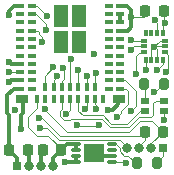
<source format=gtl>
G04 #@! TF.GenerationSoftware,KiCad,Pcbnew,6.0.2+dfsg-1*
G04 #@! TF.CreationDate,2024-05-15T15:08:28+02:00*
G04 #@! TF.ProjectId,PowerPolePCB,506f7765-7250-46f6-9c65-5043422e6b69,rev?*
G04 #@! TF.SameCoordinates,Original*
G04 #@! TF.FileFunction,Copper,L1,Top*
G04 #@! TF.FilePolarity,Positive*
%FSLAX46Y46*%
G04 Gerber Fmt 4.6, Leading zero omitted, Abs format (unit mm)*
G04 Created by KiCad (PCBNEW 6.0.2+dfsg-1) date 2024-05-15 15:08:28*
%MOMM*%
%LPD*%
G01*
G04 APERTURE LIST*
G04 Aperture macros list*
%AMRoundRect*
0 Rectangle with rounded corners*
0 $1 Rounding radius*
0 $2 $3 $4 $5 $6 $7 $8 $9 X,Y pos of 4 corners*
0 Add a 4 corners polygon primitive as box body*
4,1,4,$2,$3,$4,$5,$6,$7,$8,$9,$2,$3,0*
0 Add four circle primitives for the rounded corners*
1,1,$1+$1,$2,$3*
1,1,$1+$1,$4,$5*
1,1,$1+$1,$6,$7*
1,1,$1+$1,$8,$9*
0 Add four rect primitives between the rounded corners*
20,1,$1+$1,$2,$3,$4,$5,0*
20,1,$1+$1,$4,$5,$6,$7,0*
20,1,$1+$1,$6,$7,$8,$9,0*
20,1,$1+$1,$8,$9,$2,$3,0*%
%AMOutline5P*
0 Free polygon, 5 corners , with rotation*
0 The origin of the aperture is its center*
0 number of corners: always 5*
0 $1 to $10 corner X, Y*
0 $11 Rotation angle, in degrees counterclockwise*
0 create outline with 5 corners*
4,1,5,$1,$2,$3,$4,$5,$6,$7,$8,$9,$10,$1,$2,$11*%
%AMOutline6P*
0 Free polygon, 6 corners , with rotation*
0 The origin of the aperture is its center*
0 number of corners: always 6*
0 $1 to $12 corner X, Y*
0 $13 Rotation angle, in degrees counterclockwise*
0 create outline with 6 corners*
4,1,6,$1,$2,$3,$4,$5,$6,$7,$8,$9,$10,$11,$12,$1,$2,$13*%
%AMOutline7P*
0 Free polygon, 7 corners , with rotation*
0 The origin of the aperture is its center*
0 number of corners: always 7*
0 $1 to $14 corner X, Y*
0 $15 Rotation angle, in degrees counterclockwise*
0 create outline with 7 corners*
4,1,7,$1,$2,$3,$4,$5,$6,$7,$8,$9,$10,$11,$12,$13,$14,$1,$2,$15*%
%AMOutline8P*
0 Free polygon, 8 corners , with rotation*
0 The origin of the aperture is its center*
0 number of corners: always 8*
0 $1 to $16 corner X, Y*
0 $17 Rotation angle, in degrees counterclockwise*
0 create outline with 8 corners*
4,1,8,$1,$2,$3,$4,$5,$6,$7,$8,$9,$10,$11,$12,$13,$14,$15,$16,$1,$2,$17*%
G04 Aperture macros list end*
G04 #@! TA.AperFunction,SMDPad,CuDef*
%ADD10RoundRect,0.150000X0.275000X0.000000X0.275000X0.000000X-0.275000X0.000000X-0.275000X0.000000X0*%
G04 #@! TD*
G04 #@! TA.AperFunction,SMDPad,CuDef*
%ADD11R,1.750000X1.550000*%
G04 #@! TD*
G04 #@! TA.AperFunction,SMDPad,CuDef*
%ADD12Outline5P,-0.287500X0.150000X0.197500X0.150000X0.287500X0.060000X0.287500X-0.150000X-0.287500X-0.150000X90.000000*%
G04 #@! TD*
G04 #@! TA.AperFunction,SMDPad,CuDef*
%ADD13R,0.300000X0.575000*%
G04 #@! TD*
G04 #@! TA.AperFunction,SMDPad,CuDef*
%ADD14R,0.575000X0.300000*%
G04 #@! TD*
G04 #@! TA.AperFunction,SMDPad,CuDef*
%ADD15RoundRect,0.200000X-0.200000X-0.275000X0.200000X-0.275000X0.200000X0.275000X-0.200000X0.275000X0*%
G04 #@! TD*
G04 #@! TA.AperFunction,SMDPad,CuDef*
%ADD16RoundRect,0.225000X0.225000X0.250000X-0.225000X0.250000X-0.225000X-0.250000X0.225000X-0.250000X0*%
G04 #@! TD*
G04 #@! TA.AperFunction,SMDPad,CuDef*
%ADD17R,0.800000X0.550000*%
G04 #@! TD*
G04 #@! TA.AperFunction,ComponentPad*
%ADD18R,0.800000X0.800000*%
G04 #@! TD*
G04 #@! TA.AperFunction,ComponentPad*
%ADD19O,0.800000X0.800000*%
G04 #@! TD*
G04 #@! TA.AperFunction,ComponentPad*
%ADD20C,0.800000*%
G04 #@! TD*
G04 #@! TA.AperFunction,SMDPad,CuDef*
%ADD21RoundRect,0.200000X0.200000X0.275000X-0.200000X0.275000X-0.200000X-0.275000X0.200000X-0.275000X0*%
G04 #@! TD*
G04 #@! TA.AperFunction,SMDPad,CuDef*
%ADD22RoundRect,0.225000X-0.225000X-0.250000X0.225000X-0.250000X0.225000X0.250000X-0.225000X0.250000X0*%
G04 #@! TD*
G04 #@! TA.AperFunction,SMDPad,CuDef*
%ADD23R,0.700000X0.400000*%
G04 #@! TD*
G04 #@! TA.AperFunction,SMDPad,CuDef*
%ADD24R,0.400000X0.700000*%
G04 #@! TD*
G04 #@! TA.AperFunction,SMDPad,CuDef*
%ADD25R,1.000000X0.700000*%
G04 #@! TD*
G04 #@! TA.AperFunction,SMDPad,CuDef*
%ADD26R,1.250000X1.900000*%
G04 #@! TD*
G04 #@! TA.AperFunction,ComponentPad*
%ADD27C,0.600000*%
G04 #@! TD*
G04 #@! TA.AperFunction,ViaPad*
%ADD28C,0.600000*%
G04 #@! TD*
G04 #@! TA.AperFunction,Conductor*
%ADD29C,0.100000*%
G04 #@! TD*
G04 #@! TA.AperFunction,Conductor*
%ADD30C,0.300000*%
G04 #@! TD*
G04 APERTURE END LIST*
D10*
X117475000Y-109350000D03*
X117475000Y-109850000D03*
X117475000Y-110350000D03*
X117475000Y-110850000D03*
X120475000Y-110850000D03*
X120475000Y-110350000D03*
X120475000Y-109850000D03*
X120475000Y-109350000D03*
D11*
X118975000Y-110100000D03*
D12*
X123350000Y-102237500D03*
D13*
X123850000Y-102237500D03*
X124350000Y-102237500D03*
X124850000Y-102237500D03*
D14*
X125012500Y-101575000D03*
X125012500Y-101075000D03*
X125012500Y-100575000D03*
D13*
X124850000Y-99912500D03*
X124350000Y-99912500D03*
X123850000Y-99912500D03*
X123350000Y-99912500D03*
D14*
X123187500Y-100575000D03*
X123187500Y-101075000D03*
X123187500Y-101575000D03*
D15*
X123225000Y-104250000D03*
X124875000Y-104250000D03*
D16*
X124875000Y-98100000D03*
X123325000Y-98100000D03*
D17*
X124868837Y-105650000D03*
X124868837Y-106550000D03*
X123268837Y-106550000D03*
X123268837Y-105650000D03*
D18*
X124861300Y-109662700D03*
D19*
X123845300Y-109662700D03*
X122829300Y-109662700D03*
D20*
X121813300Y-109662700D03*
D21*
X124275000Y-110950000D03*
X122625000Y-110950000D03*
D16*
X124825000Y-108300000D03*
X123275000Y-108300000D03*
D18*
X112495000Y-111200000D03*
D20*
X113511000Y-111200000D03*
X114527000Y-111200000D03*
X115543000Y-111200000D03*
D22*
X111825000Y-109850000D03*
X113375000Y-109850000D03*
X114625000Y-109850000D03*
X116175000Y-109850000D03*
D23*
X112717000Y-97638000D03*
X112717000Y-98338000D03*
X112717000Y-99038000D03*
X112717000Y-99738000D03*
X112717000Y-100438000D03*
X112717000Y-101138000D03*
X112717000Y-101838000D03*
X112717000Y-102538000D03*
X112717000Y-103238000D03*
X112717000Y-103938000D03*
X112717000Y-104638000D03*
D24*
X114167000Y-105488000D03*
X114867000Y-105488000D03*
X115567000Y-105488000D03*
X116267000Y-105488000D03*
X116967000Y-105488000D03*
X117667000Y-105488000D03*
X118367000Y-105488000D03*
X119067000Y-105488000D03*
X119767000Y-105488000D03*
D23*
X121217000Y-104638000D03*
X121217000Y-103938000D03*
X121217000Y-103238000D03*
X121217000Y-102538000D03*
X121217000Y-101838000D03*
X121217000Y-101138000D03*
X121217000Y-100438000D03*
X121217000Y-99738000D03*
X121217000Y-99038000D03*
X121217000Y-98338000D03*
X121217000Y-97638000D03*
X113717000Y-97638000D03*
X113717000Y-98338000D03*
X113717000Y-99038000D03*
X113717000Y-99738000D03*
X113717000Y-100438000D03*
X113717000Y-101138000D03*
X113717000Y-101838000D03*
X113717000Y-102538000D03*
X113717000Y-103238000D03*
X113717000Y-103938000D03*
X113717000Y-104638000D03*
D24*
X114867000Y-104488000D03*
X115567000Y-104488000D03*
X116267000Y-104488000D03*
X116967000Y-104488000D03*
X117667000Y-104488000D03*
X118367000Y-104488000D03*
X119067000Y-104488000D03*
D23*
X120217000Y-104638000D03*
X120217000Y-103938000D03*
X120217000Y-103238000D03*
X120217000Y-102538000D03*
X120217000Y-101838000D03*
X120217000Y-101138000D03*
X120217000Y-100438000D03*
X120217000Y-99738000D03*
X120217000Y-99038000D03*
X120217000Y-98338000D03*
X120217000Y-97638000D03*
D25*
X112867000Y-105488000D03*
X121067000Y-105488000D03*
D26*
X116197000Y-100688000D03*
X116197000Y-98488000D03*
X117747000Y-98488000D03*
X117747000Y-100688000D03*
D27*
X112300000Y-106450000D03*
X116650000Y-106750000D03*
X122100000Y-106500000D03*
X120950000Y-107050000D03*
D28*
X119400000Y-107761923D03*
X116520000Y-110890000D03*
X124050000Y-104950000D03*
X117544450Y-107761923D03*
X119000000Y-101700000D03*
X118520000Y-109730000D03*
X116181389Y-100711000D03*
X112776270Y-108099699D03*
X111800000Y-102350000D03*
X120150000Y-106450000D03*
X117754400Y-98501200D03*
X124100000Y-101100000D03*
X116154200Y-98526600D03*
X111800500Y-104078859D03*
X119366444Y-110493556D03*
X111750000Y-98450000D03*
X122150000Y-98550000D03*
X117729000Y-100685600D03*
X125000000Y-99100000D03*
X117650000Y-103050000D03*
X125100890Y-103275978D03*
X116400000Y-102900000D03*
X124304551Y-103024502D03*
X124137701Y-98862299D03*
X117000000Y-102137502D03*
X122100000Y-100529124D03*
X119150000Y-103300000D03*
X114850000Y-106400000D03*
X114977567Y-98472433D03*
X114900000Y-99700000D03*
X114288543Y-107111457D03*
X119148720Y-106363403D03*
X124900000Y-107300000D03*
X111800000Y-103250000D03*
X114400237Y-108000263D03*
X114611444Y-100661444D03*
X115549989Y-102850000D03*
X123350000Y-103050000D03*
X115888056Y-103610944D03*
X122561444Y-103361444D03*
X118350000Y-103600000D03*
X122100000Y-101350000D03*
X121725500Y-110949411D03*
X118250000Y-106350000D03*
D29*
X117067577Y-107212423D02*
X116980000Y-107300000D01*
X116100489Y-106977616D02*
X116100489Y-106522384D01*
X116422873Y-107300000D02*
X116100489Y-106977616D01*
X116980000Y-107300000D02*
X116422873Y-107300000D01*
X119638837Y-107212423D02*
X117067577Y-107212423D01*
X120325445Y-107899031D02*
X119638837Y-107212423D01*
X121927383Y-107899031D02*
X120325445Y-107899031D01*
X124250000Y-105650000D02*
X124000000Y-105900000D01*
X123799511Y-107074511D02*
X122751904Y-107074511D01*
X124000000Y-106874022D02*
X123799511Y-107074511D01*
X122751904Y-107074511D02*
X121927383Y-107899031D01*
X124000000Y-105900000D02*
X124000000Y-106874022D01*
X124750000Y-105650000D02*
X124250000Y-105650000D01*
X116100489Y-106522384D02*
X116250000Y-106372873D01*
X116250000Y-106372873D02*
X116250000Y-105505000D01*
X114850000Y-106400000D02*
X114850000Y-106473586D01*
X114850000Y-106473586D02*
X116687848Y-108311434D01*
X116687848Y-108311434D02*
X121938566Y-108311434D01*
X121938566Y-108311434D02*
X122875969Y-107374031D01*
X122875969Y-107374031D02*
X123899031Y-107374031D01*
X123899031Y-107374031D02*
X124825000Y-108300000D01*
D30*
X112717000Y-104638000D02*
X112167978Y-104638000D01*
X112167978Y-104638000D02*
X111650489Y-105155489D01*
X111650489Y-105155489D02*
X111650489Y-106719037D01*
X111825000Y-106893548D02*
X111825000Y-109850000D01*
X111650489Y-106719037D02*
X111825000Y-106893548D01*
D29*
X124125000Y-104950000D02*
X124825000Y-104250000D01*
D30*
X116560000Y-110850000D02*
X117475000Y-110850000D01*
X112495000Y-110520000D02*
X111825000Y-109850000D01*
X116520000Y-110890000D02*
X116560000Y-110850000D01*
D29*
X119361923Y-107800000D02*
X117582527Y-107800000D01*
X117582527Y-107800000D02*
X117544450Y-107761923D01*
D30*
X117475000Y-110350000D02*
X117475000Y-110850000D01*
D29*
X124050000Y-104950000D02*
X124125000Y-104950000D01*
X119400000Y-107761923D02*
X119361923Y-107800000D01*
D30*
X112495000Y-111200000D02*
X112495000Y-110520000D01*
D29*
X124275000Y-110950000D02*
X124861300Y-110363700D01*
D30*
X120150000Y-106450000D02*
X120550000Y-106450000D01*
X114527000Y-111200000D02*
X114527000Y-109948000D01*
X121788000Y-97638000D02*
X122150000Y-98000000D01*
D29*
X124350000Y-101325000D02*
X124100000Y-101075000D01*
X122150000Y-98550000D02*
X123225000Y-98550000D01*
D30*
X121867000Y-99738000D02*
X121217000Y-99738000D01*
X122150000Y-98000000D02*
X122150000Y-98550000D01*
X120550000Y-106450000D02*
X121056400Y-105943600D01*
D29*
X124350000Y-102237500D02*
X124350000Y-101325000D01*
D30*
X111800500Y-104078859D02*
X111941359Y-103938000D01*
D29*
X125012500Y-101075000D02*
X124100000Y-101075000D01*
X123850000Y-102237500D02*
X123850000Y-101325000D01*
D30*
X111800000Y-102350000D02*
X111988000Y-102538000D01*
D29*
X123850000Y-101325000D02*
X124100000Y-101075000D01*
X125012500Y-100575000D02*
X124600000Y-100575000D01*
D30*
X122150000Y-99455000D02*
X121867000Y-99738000D01*
X112212000Y-97638000D02*
X112717000Y-97638000D01*
X113511000Y-109986000D02*
X113375000Y-109850000D01*
X111750000Y-98450000D02*
X111750000Y-98100000D01*
X112949511Y-105570511D02*
X112949511Y-106719037D01*
X119510000Y-110350000D02*
X120475000Y-110350000D01*
X111988000Y-102538000D02*
X112717000Y-102538000D01*
X111750000Y-98100000D02*
X112212000Y-97638000D01*
X119366444Y-110493556D02*
X119510000Y-110350000D01*
X112867000Y-105488000D02*
X112949511Y-105570511D01*
X112776270Y-106892278D02*
X112776270Y-108099699D01*
X121056400Y-105943600D02*
X121056400Y-105511600D01*
X121217000Y-97638000D02*
X121788000Y-97638000D01*
D29*
X124861300Y-110363700D02*
X124861300Y-109662700D01*
D30*
X114527000Y-109948000D02*
X114625000Y-109850000D01*
D29*
X124600000Y-100575000D02*
X124100000Y-101075000D01*
D30*
X112949511Y-106719037D02*
X112776270Y-106892278D01*
X111941359Y-103938000D02*
X112717000Y-103938000D01*
X113511000Y-111200000D02*
X113511000Y-109986000D01*
X122150000Y-98550000D02*
X122150000Y-99455000D01*
D29*
X114167000Y-106283000D02*
X114167000Y-105488000D01*
D30*
X115543000Y-111200000D02*
X115543000Y-110482000D01*
X116675000Y-109350000D02*
X116175000Y-109850000D01*
D29*
X114131441Y-108650000D02*
X113400000Y-107918559D01*
X115125000Y-108650000D02*
X114131441Y-108650000D01*
D30*
X115543000Y-110482000D02*
X116175000Y-109850000D01*
D29*
X113400000Y-107918559D02*
X113400000Y-107050000D01*
D30*
X117475000Y-109850000D02*
X117475000Y-109350000D01*
X117475000Y-109350000D02*
X116675000Y-109350000D01*
D29*
X116175000Y-109850000D02*
X116175000Y-109700000D01*
X113400000Y-107050000D02*
X114167000Y-106283000D01*
X116175000Y-109700000D02*
X115125000Y-108650000D01*
D30*
X121217000Y-99038000D02*
X121217000Y-98338000D01*
D29*
X124850000Y-99912500D02*
X124850000Y-99250000D01*
X117650000Y-103050000D02*
X117667000Y-103067000D01*
X125249511Y-101812011D02*
X125012500Y-101575000D01*
X125000000Y-99100000D02*
X124900000Y-99000000D01*
X125100890Y-103275978D02*
X125249511Y-103127357D01*
X124900000Y-99000000D02*
X124900000Y-98575000D01*
X117667000Y-103067000D02*
X117667000Y-104488000D01*
X124850000Y-99250000D02*
X125000000Y-99100000D01*
X125249511Y-103127357D02*
X125249511Y-101812011D01*
X124900000Y-98575000D02*
X124875000Y-98550000D01*
X124353820Y-103024502D02*
X124850000Y-102528322D01*
X124850000Y-102528322D02*
X124850000Y-102237500D01*
X116437567Y-102937567D02*
X116400000Y-102900000D01*
X116267000Y-104009127D02*
X116437567Y-103838560D01*
X116267000Y-104488000D02*
X116267000Y-104009127D01*
X124304551Y-103024502D02*
X124353820Y-103024502D01*
X116437567Y-103838560D02*
X116437567Y-102937567D01*
X124350000Y-99074598D02*
X124137701Y-98862299D01*
X117000000Y-102137502D02*
X116967000Y-102170502D01*
X116967000Y-102170502D02*
X116967000Y-104488000D01*
X124350000Y-99912500D02*
X124350000Y-99074598D01*
X122100000Y-100529124D02*
X122145876Y-100575000D01*
X119150000Y-103300000D02*
X119067000Y-103383000D01*
X119067000Y-103383000D02*
X119067000Y-104488000D01*
X122145876Y-100575000D02*
X123187500Y-100575000D01*
X114143134Y-97638000D02*
X113717000Y-97638000D01*
X124825000Y-108300000D02*
X123845300Y-109279700D01*
X114977567Y-98472433D02*
X114143134Y-97638000D01*
X123845300Y-109279700D02*
X123845300Y-109462700D01*
X116113603Y-108650011D02*
X114575049Y-107111457D01*
X122829300Y-109462700D02*
X123275000Y-109017000D01*
X122765000Y-108660000D02*
X121334186Y-108660000D01*
X123275000Y-109017000D02*
X123275000Y-108150000D01*
X123275000Y-108150000D02*
X122765000Y-108660000D01*
X121334186Y-108660000D02*
X121324196Y-108650011D01*
X114066022Y-98338000D02*
X113717000Y-98338000D01*
X114900000Y-99700000D02*
X114900000Y-99171978D01*
X114900000Y-99171978D02*
X114066022Y-98338000D01*
X121324196Y-108650011D02*
X116113603Y-108650011D01*
X114575049Y-107111457D02*
X114288543Y-107111457D01*
X124900000Y-106581163D02*
X124868837Y-106550000D01*
X119067000Y-105938000D02*
X119067000Y-105488000D01*
X124900000Y-107300000D02*
X124900000Y-106581163D01*
X119148720Y-106019720D02*
X119067000Y-105938000D01*
X119148720Y-106363403D02*
X119148720Y-106019720D01*
X123150000Y-106550000D02*
X122852829Y-106550000D01*
X118012903Y-106912903D02*
X117667000Y-106567000D01*
X121803318Y-107599511D02*
X120449511Y-107599511D01*
X120449511Y-107599511D02*
X119762903Y-106912903D01*
X119762903Y-106912903D02*
X118012903Y-106912903D01*
X122852829Y-106550000D02*
X121803318Y-107599511D01*
X117667000Y-106567000D02*
X117667000Y-105488000D01*
X123268837Y-104293837D02*
X123225000Y-104250000D01*
X123268837Y-105650000D02*
X123268837Y-104293837D01*
X120950000Y-107050000D02*
X121272873Y-106727127D01*
X121850000Y-105972873D02*
X121850000Y-104821000D01*
X121850000Y-104821000D02*
X121667000Y-104638000D01*
X121272873Y-106727127D02*
X121272873Y-106550000D01*
X121272873Y-106550000D02*
X121850000Y-105972873D01*
X121667000Y-104638000D02*
X121217000Y-104638000D01*
X122500000Y-104871978D02*
X121566022Y-103938000D01*
X122500000Y-106100000D02*
X122500000Y-104871978D01*
X122100000Y-106500000D02*
X122500000Y-106100000D01*
X121566022Y-103938000D02*
X121217000Y-103938000D01*
X111800000Y-103250000D02*
X111812000Y-103238000D01*
X111812000Y-103238000D02*
X112717000Y-103238000D01*
X116650000Y-106750000D02*
X116967000Y-106433000D01*
X116967000Y-106433000D02*
X116967000Y-105488000D01*
X114238000Y-99738000D02*
X113717000Y-99738000D01*
X114611444Y-100661444D02*
X114611444Y-100311444D01*
X115040269Y-108000263D02*
X115989537Y-108949531D01*
X114350489Y-99850489D02*
X114238000Y-99738000D01*
X114350489Y-100050489D02*
X114350489Y-99850489D01*
X115989537Y-108949531D02*
X121200131Y-108949531D01*
X114611444Y-100311444D02*
X114350489Y-100050489D01*
X114400237Y-108000263D02*
X115040269Y-108000263D01*
X121200131Y-108949531D02*
X121813300Y-109562700D01*
X121902211Y-110312211D02*
X122540000Y-110950000D01*
X121150000Y-109917948D02*
X121544263Y-110312211D01*
X120475000Y-109350000D02*
X120815006Y-109350000D01*
X120815006Y-109350000D02*
X121150000Y-109684994D01*
X121150000Y-109684994D02*
X121150000Y-109917948D01*
X122540000Y-110950000D02*
X122625000Y-110950000D01*
X121544263Y-110312211D02*
X121902211Y-110312211D01*
X115549989Y-102850000D02*
X114867000Y-103532989D01*
X123350000Y-103050000D02*
X123350000Y-102237500D01*
X114867000Y-103532989D02*
X114867000Y-104488000D01*
X122800480Y-101599520D02*
X123187500Y-101599520D01*
X115567000Y-103932000D02*
X115888056Y-103610944D01*
X115567000Y-104038000D02*
X115567000Y-104488000D01*
X122561444Y-103361444D02*
X122561444Y-101838556D01*
X122561444Y-101838556D02*
X122800480Y-101599520D01*
X115567000Y-104038000D02*
X115567000Y-103932000D01*
X118350000Y-103600000D02*
X118367000Y-103617000D01*
X122100000Y-101350000D02*
X122375000Y-101075000D01*
X118367000Y-103617000D02*
X118367000Y-104488000D01*
X122375000Y-101075000D02*
X123187500Y-101075000D01*
X121725500Y-110949411D02*
X121626089Y-110850000D01*
X121626089Y-110850000D02*
X120475000Y-110850000D01*
X118367000Y-105488000D02*
X118367000Y-106233000D01*
X118367000Y-106233000D02*
X118250000Y-106350000D01*
M02*

</source>
